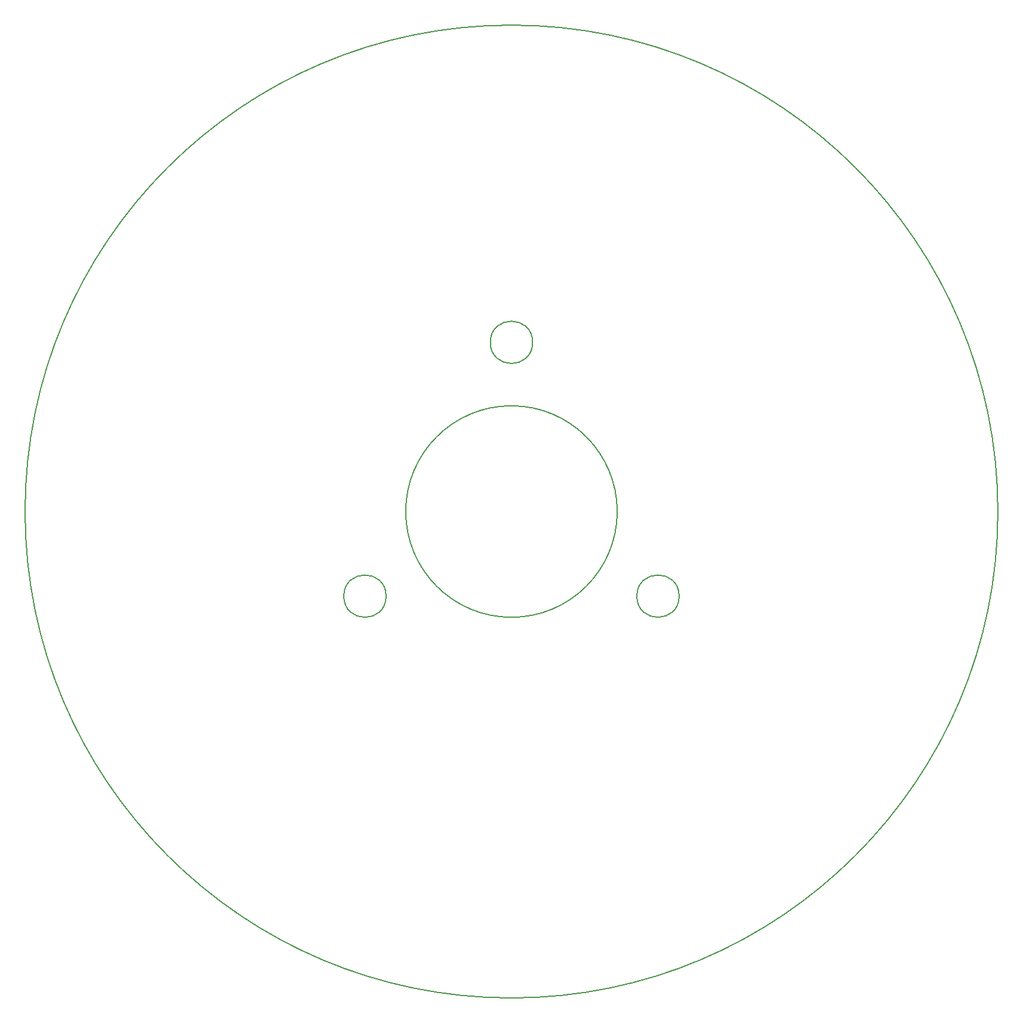
<source format=gbr>
%TF.GenerationSoftware,KiCad,Pcbnew,9.0.2*%
%TF.CreationDate,2025-09-28T22:02:36+01:00*%
%TF.ProjectId,X_slip-ring,585f736c-6970-42d7-9269-6e672e6b6963,rev?*%
%TF.SameCoordinates,Original*%
%TF.FileFunction,Profile,NP*%
%FSLAX46Y46*%
G04 Gerber Fmt 4.6, Leading zero omitted, Abs format (unit mm)*
G04 Created by KiCad (PCBNEW 9.0.2) date 2025-09-28 22:02:36*
%MOMM*%
%LPD*%
G01*
G04 APERTURE LIST*
%TA.AperFunction,Profile*%
%ADD10C,0.200000*%
%TD*%
G04 APERTURE END LIST*
D10*
X23784610Y-12000000D02*
G75*
G02*
X17784610Y-12000000I-3000000J0D01*
G01*
X17784610Y-12000000D02*
G75*
G02*
X23784610Y-12000000I3000000J0D01*
G01*
X69000000Y0D02*
G75*
G02*
X-69000000Y0I-69000000J0D01*
G01*
X-69000000Y0D02*
G75*
G02*
X69000000Y0I69000000J0D01*
G01*
X15000000Y0D02*
G75*
G02*
X-15000000Y0I-15000000J0D01*
G01*
X-15000000Y0D02*
G75*
G02*
X15000000Y0I15000000J0D01*
G01*
X-17784610Y-12000000D02*
G75*
G02*
X-23784610Y-12000000I-3000000J0D01*
G01*
X-23784610Y-12000000D02*
G75*
G02*
X-17784610Y-12000000I3000000J0D01*
G01*
X3000000Y24000000D02*
G75*
G02*
X-3000000Y24000000I-3000000J0D01*
G01*
X-3000000Y24000000D02*
G75*
G02*
X3000000Y24000000I3000000J0D01*
G01*
M02*

</source>
